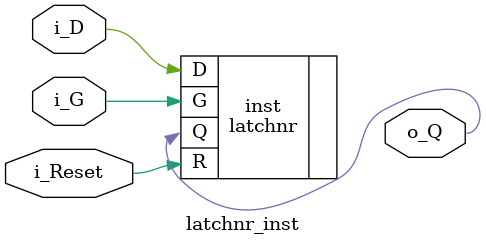
<source format=v>
                                   

`timescale 1ns / 1ps

module latchnr_inst (
	input i_G, //level sensitive control signal
	input i_Reset, //reset signal
	input i_D, //input to flop
	output o_Q  //output from flop
	);

//
// INSTANTIATIONS
//
	latchnr inst(
		.G(i_G),
		.R(i_Reset),
		.D(i_D),
		.Q(o_Q)
		);

endmodule
</source>
